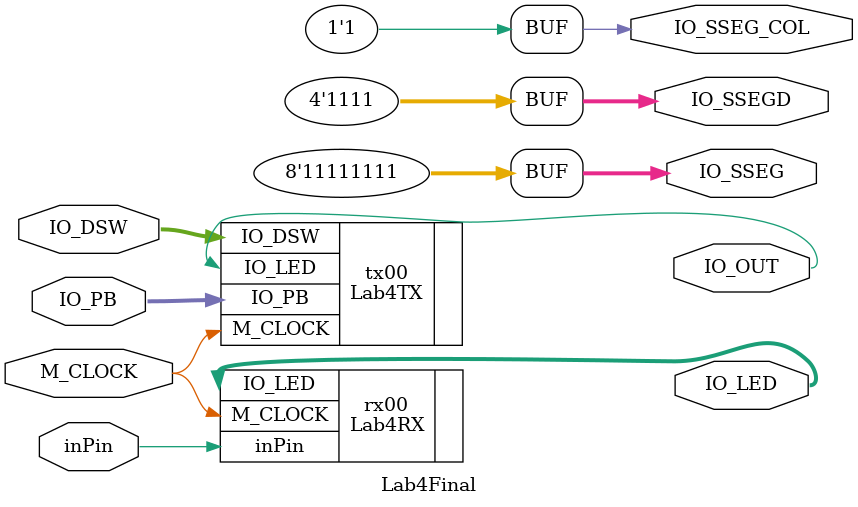
<source format=v>
`timescale 1ns / 1ps
module Lab4Final( input M_CLOCK,
						input [3:0] IO_PB,			//Input push buttons on IOboard
						input [7:0] IO_DSW,			//Input dip switches on IOBoard
						input inPin,
						output IO_OUT, 	// output to IO board LEDs
						output [7:0] IO_SSEG,  // IO Board 7 Seg
						output [3:0] IO_SSEGD, // 7 seg Digits
						output IO_SSEG_COL,
						output [7:0] IO_LED);

	//==================================
	// instantiate transmitter
	Lab4TX tx00 (
		.M_CLOCK(M_CLOCK),
		.IO_PB(IO_PB),
		.IO_DSW(IO_DSW),
		.IO_LED(IO_OUT)
	);
	
	//==================================
	// instantiate receiver
	Lab4RX rx00 (
		.M_CLOCK(M_CLOCK),
		.inPin(inPin),
		.IO_LED(IO_LED)
	);


	//==================================
	//Turn off seven segment display
	assign IO_SSEG = 8'b11111111;
	assign IO_SSEGD = 4'b1111;
	assign IO_SSEG_COL = 1'b1;
	
endmodule

</source>
